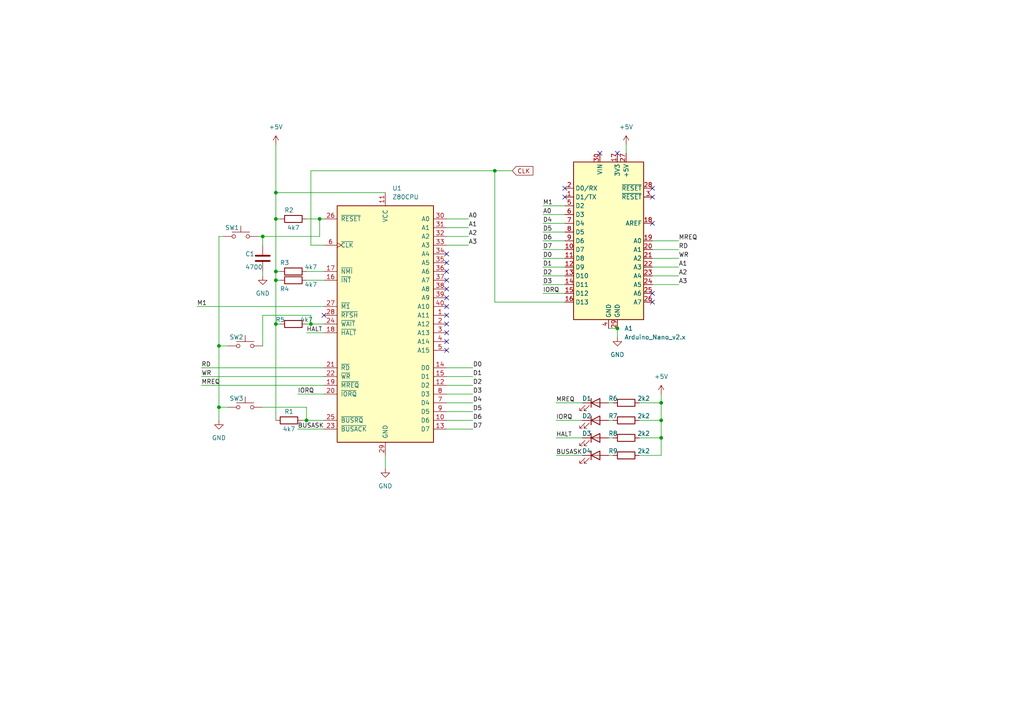
<source format=kicad_sch>
(kicad_sch (version 20211123) (generator eeschema)
  (paper "A4")
  (title_block (title "Z80 Test2. ROM - PORT"))
  (lib_symbols
    (symbol "CPU:Z80CPU" (pin_names (offset 1.016))
      (property "Reference" "U" (at -13.97 35.56 0))
      (property "Value" "Z80CPU" (at 6.35 35.56 0))
      (symbol "Z80CPU_0_1"
        (rectangle (start -13.97 34.29) (end 13.97 -34.29) (stroke (width 0.254)) (fill (type background)))
      )
      (symbol "Z80CPU_1_1"
        (pin output line (at 17.78 2.54 180) (length 3.81) (name "A11") (number "1"))
        (pin bidirectional line (at 17.78 -27.94 180) (length 3.81) (name "D6") (number "10"))
        (pin power_in line (at 0 38.1 270) (length 3.81) (name "VCC") (number "11"))
        (pin bidirectional line (at 17.78 -17.78 180) (length 3.81) (name "D2") (number "12"))
        (pin bidirectional line (at 17.78 -30.48 180) (length 3.81) (name "D7") (number "13"))
        (pin bidirectional line (at 17.78 -12.7 180) (length 3.81) (name "D0") (number "14"))
        (pin bidirectional line (at 17.78 -15.24 180) (length 3.81) (name "D1") (number "15"))
        (pin input line (at -17.78 12.7 0) (length 3.81) (name "~{INT}") (number "16"))
        (pin input line (at -17.78 15.24 0) (length 3.81) (name "~{NMI}") (number "17"))
        (pin output line (at -17.78 -2.54 0) (length 3.81) (name "~{HALT}") (number "18"))
        (pin output line (at -17.78 -17.78 0) (length 3.81) (name "~{MREQ}") (number "19"))
        (pin output line (at 17.78 0 180) (length 3.81) (name "A12") (number "2"))
        (pin output line (at -17.78 -20.32 0) (length 3.81) (name "~{IORQ}") (number "20"))
        (pin output line (at -17.78 -12.7 0) (length 3.81) (name "~{RD}") (number "21"))
        (pin output line (at -17.78 -15.24 0) (length 3.81) (name "~{WR}") (number "22"))
        (pin output line (at -17.78 -30.48 0) (length 3.81) (name "~{BUSACK}") (number "23"))
        (pin input line (at -17.78 0 0) (length 3.81) (name "~{WAIT}") (number "24"))
        (pin input line (at -17.78 -27.94 0) (length 3.81) (name "~{BUSRQ}") (number "25"))
        (pin input line (at -17.78 30.48 0) (length 3.81) (name "~{RESET}") (number "26"))
        (pin output line (at -17.78 5.08 0) (length 3.81) (name "~{M1}") (number "27"))
        (pin output line (at -17.78 2.54 0) (length 3.81) (name "~{RFSH}") (number "28"))
        (pin power_in line (at 0 -38.1 90) (length 3.81) (name "GND") (number "29"))
        (pin output line (at 17.78 -2.54 180) (length 3.81) (name "A13") (number "3"))
        (pin output line (at 17.78 30.48 180) (length 3.81) (name "A0") (number "30"))
        (pin output line (at 17.78 27.94 180) (length 3.81) (name "A1") (number "31"))
        (pin output line (at 17.78 25.4 180) (length 3.81) (name "A2") (number "32"))
        (pin output line (at 17.78 22.86 180) (length 3.81) (name "A3") (number "33"))
        (pin output line (at 17.78 20.32 180) (length 3.81) (name "A4") (number "34"))
        (pin output line (at 17.78 17.78 180) (length 3.81) (name "A5") (number "35"))
        (pin output line (at 17.78 15.24 180) (length 3.81) (name "A6") (number "36"))
        (pin output line (at 17.78 12.7 180) (length 3.81) (name "A7") (number "37"))
        (pin output line (at 17.78 10.16 180) (length 3.81) (name "A8") (number "38"))
        (pin output line (at 17.78 7.62 180) (length 3.81) (name "A9") (number "39"))
        (pin output line (at 17.78 -5.08 180) (length 3.81) (name "A14") (number "4"))
        (pin output line (at 17.78 5.08 180) (length 3.81) (name "A10") (number "40"))
        (pin output line (at 17.78 -7.62 180) (length 3.81) (name "A15") (number "5"))
        (pin input clock (at -17.78 22.86 0) (length 3.81) (name "~{CLK}") (number "6"))
        (pin bidirectional line (at 17.78 -22.86 180) (length 3.81) (name "D4") (number "7"))
        (pin bidirectional line (at 17.78 -20.32 180) (length 3.81) (name "D3") (number "8"))
        (pin bidirectional line (at 17.78 -25.4 180) (length 3.81) (name "D5") (number "9"))
      )
    )
    (symbol "Device:C" (pin_numbers hide) (pin_names (offset 0.254))
      (property "Reference" "C" (at 0.635 2.54 0))
      (property "Value" "C" (at 0.635 -2.54 0))
      (symbol "C_0_1"
        (polyline (pts (xy -2.032 -0.762) (xy 2.032 -0.762)) (stroke (width 0.508)))
        (polyline (pts (xy -2.032 0.762) (xy 2.032 0.762)) (stroke (width 0.508)))
      )
      (symbol "C_1_1"
        (pin passive line (at 0 3.81 270) (length 2.794) (name "~") (number "1"))
        (pin passive line (at 0 -3.81 90) (length 2.794) (name "~") (number "2"))
      )
    )
    (symbol "Device:LED" (pin_numbers hide) (pin_names (offset 1.016) hide)
      (property "Reference" "D" (at 0 2.54 0))
      (property "Value" "LED" (at 0 -2.54 0))
      (symbol "LED_0_1"
        (polyline (pts (xy -1.27 -1.27) (xy -1.27 1.27)) (stroke (width 0.254)))
        (polyline (pts (xy -1.27 0) (xy 1.27 0)))
        (polyline (pts (xy 1.27 -1.27) (xy 1.27 1.27) (xy -1.27 0) (xy 1.27 -1.27)) (stroke (width 0.254)))
        (polyline (pts (xy -3.048 -0.762) (xy -4.572 -2.286) (xy -3.81 -2.286) (xy -4.572 -2.286) (xy -4.572 -1.524)))
        (polyline (pts (xy -1.778 -0.762) (xy -3.302 -2.286) (xy -2.54 -2.286) (xy -3.302 -2.286) (xy -3.302 -1.524)))
      )
      (symbol "LED_1_1"
        (pin passive line (at -3.81 0 0) (length 2.54) (name "K") (number "1"))
        (pin passive line (at 3.81 0 180) (length 2.54) (name "A") (number "2"))
      )
    )
    (symbol "Device:R" (pin_numbers hide) (pin_names (offset 0))
      (property "Reference" "R" (at 2.032 0 90))
      (property "Value" "R" (at 0 0 90))
      (symbol "R_0_1"
        (rectangle (start -1.016 -2.54) (end 1.016 2.54) (stroke (width 0.254)))
      )
      (symbol "R_1_1"
        (pin passive line (at 0 3.81 270) (length 1.27) (name "~") (number "1"))
        (pin passive line (at 0 -3.81 90) (length 1.27) (name "~") (number "2"))
      )
    )
    (symbol "MCU_Module:Arduino_Nano_v2.x"
      (property "Reference" "A" (at -10.16 23.495 0))
      (property "Value" "Arduino_Nano_v2.x" (at 5.08 -24.13 0))
      (symbol "Arduino_Nano_v2.x_0_1"
        (rectangle (start -10.16 22.86) (end 10.16 -22.86) (stroke (width 0.254)) (fill (type background)))
      )
      (symbol "Arduino_Nano_v2.x_1_1"
        (pin bidirectional line (at -12.7 12.7 0) (length 2.54) (name "D1/TX") (number "1"))
        (pin bidirectional line (at -12.7 -2.54 0) (length 2.54) (name "D7") (number "10"))
        (pin bidirectional line (at -12.7 -5.08 0) (length 2.54) (name "D8") (number "11"))
        (pin bidirectional line (at -12.7 -7.62 0) (length 2.54) (name "D9") (number "12"))
        (pin bidirectional line (at -12.7 -10.16 0) (length 2.54) (name "D10") (number "13"))
        (pin bidirectional line (at -12.7 -12.7 0) (length 2.54) (name "D11") (number "14"))
        (pin bidirectional line (at -12.7 -15.24 0) (length 2.54) (name "D12") (number "15"))
        (pin bidirectional line (at -12.7 -17.78 0) (length 2.54) (name "D13") (number "16"))
        (pin power_out line (at 2.54 25.4 270) (length 2.54) (name "3V3") (number "17"))
        (pin input line (at 12.7 5.08 180) (length 2.54) (name "AREF") (number "18"))
        (pin bidirectional line (at 12.7 0 180) (length 2.54) (name "A0") (number "19"))
        (pin bidirectional line (at -12.7 15.24 0) (length 2.54) (name "D0/RX") (number "2"))
        (pin bidirectional line (at 12.7 -2.54 180) (length 2.54) (name "A1") (number "20"))
        (pin bidirectional line (at 12.7 -5.08 180) (length 2.54) (name "A2") (number "21"))
        (pin bidirectional line (at 12.7 -7.62 180) (length 2.54) (name "A3") (number "22"))
        (pin bidirectional line (at 12.7 -10.16 180) (length 2.54) (name "A4") (number "23"))
        (pin bidirectional line (at 12.7 -12.7 180) (length 2.54) (name "A5") (number "24"))
        (pin bidirectional line (at 12.7 -15.24 180) (length 2.54) (name "A6") (number "25"))
        (pin bidirectional line (at 12.7 -17.78 180) (length 2.54) (name "A7") (number "26"))
        (pin power_out line (at 5.08 25.4 270) (length 2.54) (name "+5V") (number "27"))
        (pin input line (at 12.7 15.24 180) (length 2.54) (name "~{RESET}") (number "28"))
        (pin power_in line (at 2.54 -25.4 90) (length 2.54) (name "GND") (number "29"))
        (pin input line (at 12.7 12.7 180) (length 2.54) (name "~{RESET}") (number "3"))
        (pin power_in line (at -2.54 25.4 270) (length 2.54) (name "VIN") (number "30"))
        (pin power_in line (at 0 -25.4 90) (length 2.54) (name "GND") (number "4"))
        (pin bidirectional line (at -12.7 10.16 0) (length 2.54) (name "D2") (number "5"))
        (pin bidirectional line (at -12.7 7.62 0) (length 2.54) (name "D3") (number "6"))
        (pin bidirectional line (at -12.7 5.08 0) (length 2.54) (name "D4") (number "7"))
        (pin bidirectional line (at -12.7 2.54 0) (length 2.54) (name "D5") (number "8"))
        (pin bidirectional line (at -12.7 0 0) (length 2.54) (name "D6") (number "9"))
      )
    )
    (symbol "Switch:SW_Push" (pin_numbers hide) (pin_names (offset 1.016) hide)
      (property "Reference" "SW" (at 1.27 2.54 0))
      (property "Value" "SW_Push" (at 0 -1.524 0))
      (symbol "SW_Push_0_1"
        (circle (center -2.032 0) (radius 0.508))
        (polyline (pts (xy 0 1.27) (xy 0 3.048)))
        (polyline (pts (xy 2.54 1.27) (xy -2.54 1.27)))
        (circle (center 2.032 0) (radius 0.508))
        (pin passive line (at -5.08 0 0) (length 2.54) (name "1") (number "1"))
        (pin passive line (at 5.08 0 180) (length 2.54) (name "2") (number "2"))
      )
    )
    (symbol "power:+5V" (power) (pin_names (offset 0))
      (property "Value" "+5V" (at 0 3.556 0))
      (symbol "+5V_0_1"
        (polyline (pts (xy -0.762 1.27) (xy 0 2.54)))
        (polyline (pts (xy 0 0) (xy 0 2.54)))
        (polyline (pts (xy 0 2.54) (xy 0.762 1.27)))
      )
      (symbol "+5V_1_1"
        (pin power_in line (at 0 0 90) (length 0) hide (name "+5V") (number "1"))
      )
    )
    (symbol "power:GND" (power) (pin_names (offset 0))
      (property "Value" "GND" (at 0 -3.81 0))
      (symbol "GND_0_1"
        (polyline (pts (xy 0 0) (xy 0 -1.27) (xy 1.27 -1.27) (xy 0 -2.54) (xy -1.27 -1.27) (xy 0 -1.27)))
      )
      (symbol "GND_1_1"
        (pin power_in line (at 0 0 270) (length 0) hide (name "GND") (number "1"))
      )
    )
  )
  (junction (at 191.77 121.92))
  (junction (at 191.77 116.84))
  (junction (at 80.01 81.28))
  (junction (at 80.01 63.5))
  (junction (at 80.01 78.74))
  (junction (at 88.9 121.92))
  (junction (at 143.51 49.53))
  (junction (at 80.01 93.98))
  (junction (at 63.5 100.33))
  (junction (at 90.17 93.98))
  (junction (at 179.07 95.25))
  (junction (at 92.71 63.5))
  (junction (at 191.77 127))
  (junction (at 80.01 55.88))
  (junction (at 76.2 68.58))
  (junction (at 63.5 118.11))
  (no_connect (at 163.83 54.61))
  (no_connect (at 163.83 57.15))
  (no_connect (at 173.99 44.45))
  (no_connect (at 179.07 44.45))
  (no_connect (at 189.23 64.77))
  (no_connect (at 189.23 85.09))
  (no_connect (at 189.23 54.61))
  (no_connect (at 189.23 57.15))
  (no_connect (at 189.23 87.63))
  (no_connect (at 129.54 76.2))
  (no_connect (at 129.54 78.74))
  (no_connect (at 129.54 81.28))
  (no_connect (at 129.54 83.82))
  (no_connect (at 129.54 86.36))
  (no_connect (at 129.54 73.66))
  (no_connect (at 93.98 91.44))
  (no_connect (at 129.54 91.44))
  (no_connect (at 129.54 93.98))
  (no_connect (at 129.54 96.52))
  (no_connect (at 129.54 99.06))
  (no_connect (at 129.54 101.6))
  (no_connect (at 129.54 88.9))
  (wire (pts (xy 191.77 132.08) (xy 185.42 132.08)))
  (wire (pts (xy 181.61 41.91) (xy 181.61 44.45)))
  (wire (pts (xy 129.54 121.92) (xy 137.16 121.92)))
  (wire (pts (xy 189.23 72.39) (xy 196.85 72.39)))
  (wire (pts (xy 88.9 96.52) (xy 93.98 96.52)))
  (wire (pts (xy 189.23 69.85) (xy 196.85 69.85)))
  (wire (pts (xy 63.5 68.58) (xy 64.77 68.58)))
  (wire (pts (xy 58.42 109.22) (xy 93.98 109.22)))
  (wire (pts (xy 76.2 68.58) (xy 76.2 71.12)))
  (wire (pts (xy 157.48 64.77) (xy 163.83 64.77)))
  (wire (pts (xy 189.23 77.47) (xy 196.85 77.47)))
  (wire (pts (xy 143.51 87.63) (xy 143.51 49.53)))
  (wire (pts (xy 81.28 93.98) (xy 80.01 93.98)))
  (wire (pts (xy 157.48 82.55) (xy 163.83 82.55)))
  (wire (pts (xy 80.01 78.74) (xy 80.01 63.5)))
  (wire (pts (xy 176.53 121.92) (xy 177.8 121.92)))
  (wire (pts (xy 189.23 74.93) (xy 196.85 74.93)))
  (wire (pts (xy 81.28 78.74) (xy 80.01 78.74)))
  (wire (pts (xy 86.36 124.46) (xy 93.98 124.46)))
  (wire (pts (xy 86.36 114.3) (xy 93.98 114.3)))
  (wire (pts (xy 179.07 95.25) (xy 179.07 97.79)))
  (wire (pts (xy 189.23 80.01) (xy 196.85 80.01)))
  (wire (pts (xy 63.5 121.92) (xy 63.5 118.11)))
  (wire (pts (xy 129.54 114.3) (xy 137.16 114.3)))
  (wire (pts (xy 57.15 88.9) (xy 93.98 88.9)))
  (wire (pts (xy 163.83 87.63) (xy 143.51 87.63)))
  (wire (pts (xy 90.17 49.53) (xy 143.51 49.53)))
  (wire (pts (xy 129.54 106.68) (xy 137.16 106.68)))
  (wire (pts (xy 191.77 116.84) (xy 185.42 116.84)))
  (wire (pts (xy 87.63 121.92) (xy 88.9 121.92)))
  (wire (pts (xy 191.77 127) (xy 191.77 132.08)))
  (wire (pts (xy 176.53 116.84) (xy 177.8 116.84)))
  (wire (pts (xy 58.42 111.76) (xy 93.98 111.76)))
  (wire (pts (xy 88.9 81.28) (xy 93.98 81.28)))
  (wire (pts (xy 185.42 127) (xy 191.77 127)))
  (wire (pts (xy 81.28 63.5) (xy 80.01 63.5)))
  (wire (pts (xy 80.01 93.98) (xy 80.01 121.92)))
  (wire (pts (xy 191.77 121.92) (xy 191.77 116.84)))
  (wire (pts (xy 157.48 77.47) (xy 163.83 77.47)))
  (wire (pts (xy 80.01 81.28) (xy 80.01 78.74)))
  (wire (pts (xy 76.2 118.11) (xy 88.9 118.11)))
  (wire (pts (xy 80.01 93.98) (xy 80.01 81.28)))
  (wire (pts (xy 129.54 124.46) (xy 137.16 124.46)))
  (wire (pts (xy 111.76 132.08) (xy 111.76 135.89)))
  (wire (pts (xy 161.29 127) (xy 168.91 127)))
  (wire (pts (xy 129.54 119.38) (xy 137.16 119.38)))
  (wire (pts (xy 88.9 93.98) (xy 90.17 93.98)))
  (wire (pts (xy 129.54 71.12) (xy 135.89 71.12)))
  (wire (pts (xy 129.54 109.22) (xy 137.16 109.22)))
  (wire (pts (xy 157.48 72.39) (xy 163.83 72.39)))
  (wire (pts (xy 157.48 80.01) (xy 163.83 80.01)))
  (wire (pts (xy 80.01 55.88) (xy 80.01 41.91)))
  (wire (pts (xy 90.17 93.98) (xy 93.98 93.98)))
  (wire (pts (xy 76.2 78.74) (xy 76.2 80.01)))
  (wire (pts (xy 81.28 81.28) (xy 80.01 81.28)))
  (wire (pts (xy 74.93 68.58) (xy 76.2 68.58)))
  (wire (pts (xy 111.76 55.88) (xy 80.01 55.88)))
  (wire (pts (xy 176.53 95.25) (xy 179.07 95.25)))
  (wire (pts (xy 88.9 63.5) (xy 92.71 63.5)))
  (wire (pts (xy 143.51 49.53) (xy 148.59 49.53)))
  (wire (pts (xy 76.2 68.58) (xy 92.71 68.58)))
  (wire (pts (xy 76.2 100.33) (xy 76.2 91.44)))
  (wire (pts (xy 80.01 63.5) (xy 80.01 55.88)))
  (wire (pts (xy 189.23 82.55) (xy 196.85 82.55)))
  (wire (pts (xy 88.9 78.74) (xy 93.98 78.74)))
  (wire (pts (xy 76.2 91.44) (xy 90.17 91.44)))
  (wire (pts (xy 185.42 121.92) (xy 191.77 121.92)))
  (wire (pts (xy 176.53 127) (xy 177.8 127)))
  (wire (pts (xy 129.54 111.76) (xy 137.16 111.76)))
  (wire (pts (xy 63.5 100.33) (xy 63.5 68.58)))
  (wire (pts (xy 157.48 59.69) (xy 163.83 59.69)))
  (wire (pts (xy 129.54 116.84) (xy 137.16 116.84)))
  (wire (pts (xy 92.71 63.5) (xy 93.98 63.5)))
  (wire (pts (xy 129.54 63.5) (xy 135.89 63.5)))
  (wire (pts (xy 157.48 69.85) (xy 163.83 69.85)))
  (wire (pts (xy 157.48 67.31) (xy 163.83 67.31)))
  (wire (pts (xy 88.9 121.92) (xy 93.98 121.92)))
  (wire (pts (xy 129.54 66.04) (xy 135.89 66.04)))
  (wire (pts (xy 63.5 118.11) (xy 63.5 100.33)))
  (wire (pts (xy 161.29 132.08) (xy 168.91 132.08)))
  (wire (pts (xy 90.17 91.44) (xy 90.17 93.98)))
  (wire (pts (xy 157.48 74.93) (xy 163.83 74.93)))
  (wire (pts (xy 191.77 114.3) (xy 191.77 116.84)))
  (wire (pts (xy 90.17 49.53) (xy 90.17 71.12)))
  (wire (pts (xy 157.48 85.09) (xy 163.83 85.09)))
  (wire (pts (xy 63.5 100.33) (xy 66.04 100.33)))
  (wire (pts (xy 88.9 118.11) (xy 88.9 121.92)))
  (wire (pts (xy 129.54 68.58) (xy 135.89 68.58)))
  (wire (pts (xy 161.29 121.92) (xy 168.91 121.92)))
  (wire (pts (xy 58.42 106.68) (xy 93.98 106.68)))
  (wire (pts (xy 176.53 132.08) (xy 177.8 132.08)))
  (wire (pts (xy 157.48 62.23) (xy 163.83 62.23)))
  (wire (pts (xy 92.71 68.58) (xy 92.71 63.5)))
  (wire (pts (xy 161.29 116.84) (xy 168.91 116.84)))
  (wire (pts (xy 191.77 127) (xy 191.77 121.92)))
  (wire (pts (xy 63.5 118.11) (xy 66.04 118.11)))
  (wire (pts (xy 90.17 71.12) (xy 93.98 71.12)))
  (label "RD" (at 58.42 106.68 0))
  (label "BUSASK" (at 86.36 124.46 0))
  (label "A2" (at 196.85 80.01 0))
  (label "BUSASK" (at 161.29 132.08 0))
  (label "D7" (at 137.16 124.46 0))
  (label "A3" (at 196.85 82.55 0))
  (label "MREQ" (at 196.85 69.85 0))
  (label "D5" (at 157.48 67.31 0))
  (label "D6" (at 137.16 121.92 0))
  (label "D7" (at 157.48 72.39 0))
  (label "A3" (at 135.89 71.12 0))
  (label "D0" (at 157.48 74.93 0))
  (label "M1" (at 157.48 59.69 0))
  (label "M1" (at 57.15 88.9 0))
  (label "D1" (at 137.16 109.22 0))
  (label "D1" (at 157.48 77.47 0))
  (label "IORQ" (at 157.48 85.09 0))
  (label "D4" (at 137.16 116.84 0))
  (label "D5" (at 137.16 119.38 0))
  (label "D2" (at 157.48 80.01 0))
  (label "RD" (at 196.85 72.39 0))
  (label "A0" (at 135.89 63.5 0))
  (label "D0" (at 137.16 106.68 0))
  (label "HALT" (at 161.29 127 0))
  (label "A1" (at 135.89 66.04 0))
  (label "D2" (at 137.16 111.76 0))
  (label "IORQ" (at 86.36 114.3 0))
  (label "WR" (at 58.42 109.22 0))
  (label "D6" (at 157.48 69.85 0))
  (label "D4" (at 157.48 64.77 0))
  (label "IORQ" (at 161.29 121.92 0))
  (label "D3" (at 157.48 82.55 0))
  (label "D3" (at 137.16 114.3 0))
  (label "MREQ" (at 161.29 116.84 0))
  (label "HALT" (at 88.9 96.52 0))
  (label "A1" (at 196.85 77.47 0))
  (label "MREQ" (at 58.42 111.76 0))
  (label "A0" (at 157.48 62.23 0))
  (label "A2" (at 135.89 68.58 0))
  (label "WR" (at 196.85 74.93 0))
  (global_label "CLK" (shape input) (at 148.59 49.53 0) (property "Intersheet References" "${INTERSHEET_REFS}" (effects hide)))
  (symbol (lib_id "Device:R") (at 181.61 116.84 90) (unit 1)
    (property "Reference" "R6" (at 177.8 115.57 90))
    (property "Value" "2k2" (at 186.69 115.57 90))
  )
  (symbol (lib_id "Switch:SW_Push") (at 69.85 68.58 0) (unit 1)
    (property "Reference" "SW1" (at 67.31 66.04 0))
    (property "Value" "SW_Push" (effects hide))
  )
  (symbol (lib_id "power:+5V") (at 80.01 41.91 0) (unit 1)
    (property "Reference" "#PWR02" (effects hide))
    (property "Value" "+5V" (at 80.01 36.83 0))
  )
  (symbol (lib_id "power:+5V") (at 191.77 114.3 0) (unit 1)
    (property "Reference" "#PWR06" (effects hide))
    (property "Value" "+5V" (at 191.77 109.22 0))
  )
  (symbol (lib_id "Device:C") (at 76.2 74.93 0) (unit 1)
    (property "Reference" "C1" (at 71.12 73.66 0) (effects (justify left)))
    (property "Value" "4700" (at 71.12 77.47 0) (effects (justify left)))
  )
  (symbol (lib_id "Device:LED") (at 172.72 121.92 0) (unit 1)
    (property "Reference" "D2" (at 170.18 120.65 0))
    (property "Value" "LED" (effects hide))
  )
  (symbol (lib_id "Device:R") (at 181.61 132.08 90) (unit 1)
    (property "Reference" "R9" (at 177.8 130.81 90))
    (property "Value" "2k2" (at 186.69 130.81 90))
  )
  (symbol (lib_id "power:+5V") (at 181.61 41.91 0) (unit 1)
    (property "Reference" "#PWR05" (effects hide))
    (property "Value" "+5V" (at 181.61 36.83 0))
  )
  (symbol (lib_id "Device:R") (at 181.61 127 90) (unit 1)
    (property "Reference" "R8" (at 177.8 125.73 90))
    (property "Value" "2k2" (at 186.69 125.73 90))
  )
  (symbol (lib_id "Device:LED") (at 172.72 132.08 0) (unit 1)
    (property "Reference" "D4" (at 170.18 130.81 0))
    (property "Value" "LED" (effects hide))
  )
  (symbol (lib_id "Device:LED") (at 172.72 116.84 0) (unit 1)
    (property "Reference" "D1" (at 170.18 115.57 0))
    (property "Value" "LED" (effects hide))
  )
  (symbol (lib_id "Device:LED") (at 172.72 127 0) (unit 1)
    (property "Reference" "D3" (at 170.18 125.73 0))
    (property "Value" "LED" (effects hide))
  )
  (symbol (lib_id "Device:R") (at 85.09 63.5 90) (unit 1)
    (property "Reference" "R2" (at 83.82 60.96 90))
    (property "Value" "4k7" (at 85.09 66.04 90))
  )
  (symbol (lib_id "Device:R") (at 85.09 81.28 90) (unit 1)
    (property "Reference" "R4" (at 82.55 83.82 90))
    (property "Value" "4k7" (at 90.17 82.55 90))
  )
  (symbol (lib_id "Switch:SW_Push") (at 71.12 118.11 0) (unit 1)
    (property "Reference" "SW3" (at 68.58 115.57 0))
    (property "Value" "SW_Push" (effects hide))
  )
  (symbol (lib_id "power:GND") (at 76.2 80.01 0) (unit 1)
    (property "Reference" "#PWR0101" (effects hide))
    (property "Value" "GND" (at 76.2 85.09 0))
  )
  (symbol (lib_id "Device:R") (at 85.09 93.98 90) (unit 1)
    (property "Reference" "R5" (at 81.28 92.71 90))
    (property "Value" "4k7" (at 88.9 92.71 90))
  )
  (symbol (lib_id "Device:R") (at 83.82 121.92 90) (unit 1)
    (property "Reference" "R1" (at 83.82 119.38 90))
    (property "Value" "4k7" (at 83.82 124.46 90))
  )
  (symbol (lib_id "Switch:SW_Push") (at 71.12 100.33 0) (unit 1)
    (property "Reference" "SW2" (at 68.58 97.79 0))
    (property "Value" "SW_Push" (effects hide))
  )
  (symbol (lib_id "Device:R") (at 85.09 78.74 90) (unit 1)
    (property "Reference" "R3" (at 82.55 76.2 90))
    (property "Value" "4k7" (at 90.17 77.47 90))
  )
  (symbol (lib_id "MCU_Module:Arduino_Nano_v2.x") (at 176.53 69.85 0) (unit 1)
    (property "Reference" "A1" (at 181.0894 95.25 0) (effects (justify left)))
    (property "Value" "Arduino_Nano_v2.x" (at 181.0894 97.79 0) (effects (justify left)))
    (property "Footprint" "Module:Arduino_Nano" (effects hide))
    (property "Datasheet" "https://www.arduino.cc/en/uploads/Main/ArduinoNanoManual23.pdf" (effects hide))
  )
  (symbol (lib_id "Device:R") (at 181.61 121.92 90) (unit 1)
    (property "Reference" "R7" (at 177.8 120.65 90))
    (property "Value" "2k2" (at 186.69 120.65 90))
  )
  (symbol (lib_id "power:GND") (at 179.07 97.79 0) (unit 1)
    (property "Reference" "#PWR04" (effects hide))
    (property "Value" "GND" (at 179.07 102.87 0))
  )
  (symbol (lib_id "power:GND") (at 111.76 135.89 0) (unit 1)
    (property "Reference" "#PWR03" (effects hide))
    (property "Value" "GND" (at 111.76 140.97 0))
  )
  (symbol (lib_id "CPU:Z80CPU") (at 111.76 93.98 0) (unit 1)
    (property "Reference" "U1" (at 113.7794 54.61 0) (effects (justify left)))
    (property "Value" "Z80CPU" (at 113.7794 57.15 0) (effects (justify left)))
    (property "Datasheet" "www.zilog.com/manage_directlink.php?filepath=docs/z80/um0080" (effects hide))
  )
  (symbol (lib_id "power:GND") (at 63.5 121.92 0) (unit 1)
    (property "Reference" "#PWR01" (effects hide))
    (property "Value" "GND" (at 63.5 127 0))
  )
)
</source>
